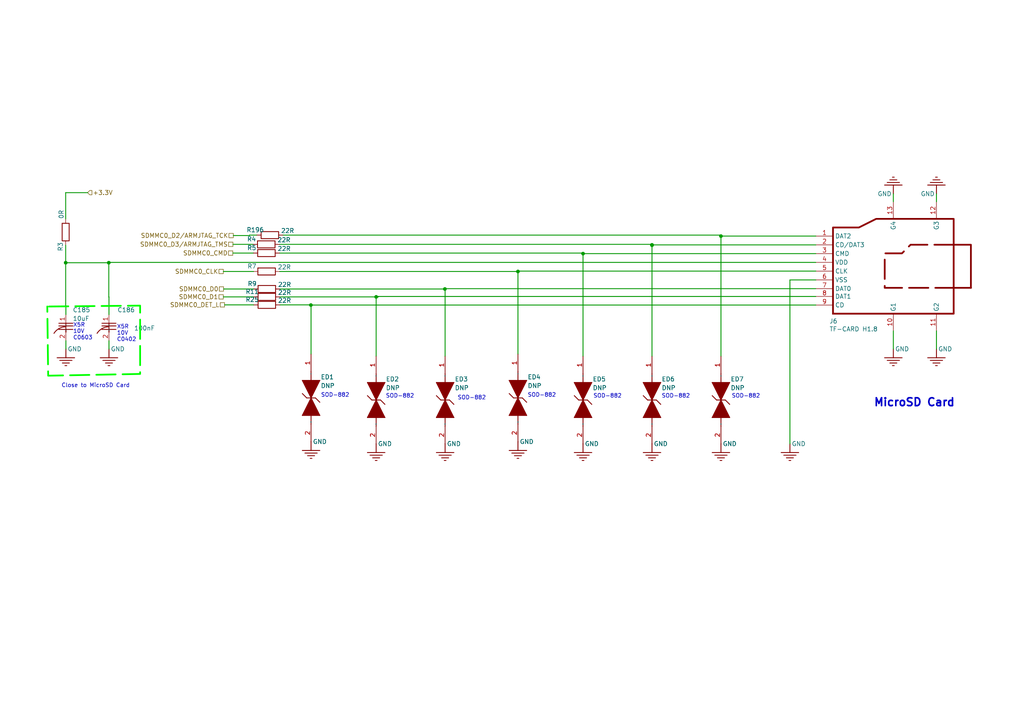
<source format=kicad_sch>
(kicad_sch (version 20231120) (generator "eeschema") (generator_version "8.0")
  (paper "A4")
  (lib_symbols
    (symbol "Device:R" (pin_numbers hide) (pin_names (offset 0))
      (property "Reference" "R" (at 2.032 0 90))
      (property "Value" "R" (at 0 0 90))
      (symbol "R_0_1"
        (rectangle (start -1.016 -2.54) (end 1.016 2.54) (stroke (width 0.254)))
      )
      (symbol "R_1_1"
        (pin passive line (at 0 3.81 270) (length 1.27) (name "~") (number "1"))
        (pin passive line (at 0 -3.81 90) (length 1.27) (name "~") (number "2"))
      )
    )
    (symbol "cm3568 LPDDR4-altium-import:GND" (power)
      (property "Reference" "#PWR" (at 0 0 0))
      (property "Value" "GND" (at 0 6.35 0))
      (symbol "GND_0_0"
        (polyline (pts (xy -2.54 -2.54) (xy 2.54 -2.54)) (stroke (width 0.254)))
        (polyline (pts (xy -1.778 -3.302) (xy 1.778 -3.302)) (stroke (width 0.254)))
        (polyline (pts (xy -1.016 -4.064) (xy 1.016 -4.064)) (stroke (width 0.254)))
        (polyline (pts (xy -0.254 -4.826) (xy 0.254 -4.826)) (stroke (width 0.254)))
        (polyline (pts (xy 0 0) (xy 0 -2.54)) (stroke (width 0.254)))
        (pin power_in line (at 0 0 0) (length 0) (name "GND") (number ""))
      )
    )
    (symbol "cm3568 LPDDR4-altium-import:root_0_TFP09-2-12B"
      (symbol "root_0_TFP09-2-12B_1_0"
        (polyline (pts (xy 45 -15) (xy 40 -15)) (stroke (width 0.508)))
        (polyline (pts (xy 40 -2.5) (xy 45 -2.5) (xy 45 -15)) (stroke (width 0.508)))
        (polyline (pts (xy 40 -2.5) (xy 27.5 -2.5) (xy 25 -5) (xy 20 -5) (xy 20 -15) (xy 40 -15)) (stroke (width 0.508) (type dash)))
        (polyline (pts (xy 5 -22.5) (xy 5 2.5) (xy 12.5 2.5) (xy 17.5 5) (xy 40 5) (xy 40 -22.5) (xy 5 -22.5)) (stroke (width 0.508)))
        (pin passive line (at 0 0 0) (length 5.08) (name "DAT2") (number "1"))
        (pin passive line (at 22.5 -27.5 90) (length 5.08) (name "G1") (number "10"))
        (pin passive line (at 35 -27.5 90) (length 5.08) (name "G2") (number "11"))
        (pin passive line (at 35 10 270) (length 5.08) (name "G3") (number "12"))
        (pin passive line (at 22.5 10 270) (length 5.08) (name "G4") (number "13"))
        (pin passive line (at 0 -2.54 0) (length 5.08) (name "CD/DAT3") (number "2"))
        (pin passive line (at 0 -5.08 0) (length 5.08) (name "CMD") (number "3"))
        (pin passive line (at 0 -7.62 0) (length 5.08) (name "VDD") (number "4"))
        (pin passive line (at 0 -10.16 0) (length 5.08) (name "CLK") (number "5"))
        (pin passive line (at 0 -12.7 0) (length 5.08) (name "VSS") (number "6"))
        (pin passive line (at 0 -15.24 0) (length 5.08) (name "DAT0") (number "7"))
        (pin passive line (at 0 -17.5 0) (length 5.08) (name "DAT1") (number "8"))
        (pin passive line (at 0 -20 0) (length 5.08) (name "CD") (number "9"))
      )
    )
    (symbol "cm3568 LPDDR4-altium-import:root_3_C0201_100nF"
      (symbol "root_3_C0201_100nF_1_0"
        (arc (start -4.5103 -1.5255) (mid -5.3375 -2.132) (end -5.9865 -2.9264) (stroke (width 0.254)))
        (arc (start -2.54 -1.016) (mid -3.5575 -1.1454) (end -4.5103 -1.5255) (stroke (width 0.254)))
        (polyline (pts (xy -4.572 -0.762) (xy -0.508 -0.762)) (stroke (width 0.254)))
        (polyline (pts (xy -4.572 0) (xy -0.508 0)) (stroke (width 0.254)))
        (polyline (pts (xy -2.54 -2.54) (xy -2.54 -1.778)) (stroke (width 0.254)))
        (polyline (pts (xy -2.54 -1.016) (xy -2.54 -2.54)) (stroke (width 0.254)))
        (polyline (pts (xy -2.54 0) (xy -2.54 -0.762)) (stroke (width 0.254)))
        (polyline (pts (xy -0.508 -1.778) (xy -4.572 -1.778)) (stroke (width 0.254)))
        (pin passive line (at -2.54 2.54 270) (length 2.54) (name "1") (number "1"))
        (pin passive line (at -2.54 -5.08 90) (length 2.54) (name "2") (number "2"))
      )
    )
    (symbol "cm3568 LPDDR4-altium-import:root_3_C0603_10uF"
      (symbol "root_3_C0603_10uF_1_0"
        (arc (start -4.5103 -1.5255) (mid -5.3375 -2.132) (end -5.9865 -2.9264) (stroke (width 0.254)))
        (arc (start -2.54 -1.016) (mid -3.5575 -1.1454) (end -4.5103 -1.5255) (stroke (width 0.254)))
        (polyline (pts (xy -4.572 -0.762) (xy -0.508 -0.762)) (stroke (width 0.254)))
        (polyline (pts (xy -4.572 0) (xy -0.508 0)) (stroke (width 0.254)))
        (polyline (pts (xy -2.54 -2.54) (xy -2.54 -1.778)) (stroke (width 0.254)))
        (polyline (pts (xy -2.54 -1.016) (xy -2.54 -2.54)) (stroke (width 0.254)))
        (polyline (pts (xy -2.54 0) (xy -2.54 -0.762)) (stroke (width 0.254)))
        (polyline (pts (xy -0.508 -1.778) (xy -4.572 -1.778)) (stroke (width 0.254)))
        (pin passive line (at -2.54 2.54 270) (length 2.54) (name "1") (number "1"))
        (pin passive line (at -2.54 -5.08 90) (length 2.54) (name "2") (number "2"))
      )
    )
    (symbol "cm3568 LPDDR4-altium-import:root_3_ESD0402_1xD5"
      (symbol "root_3_ESD0402_1xD5_1_0"
        (polyline (pts (xy -2.54 -5.08) (xy 0 0)) (stroke (width 0.254)))
        (polyline (pts (xy -2.54 5.08) (xy 0 0)) (stroke (width 0.254)))
        (polyline (pts (xy -1.27 0) (xy -2.54 1.27)) (stroke (width 0.254)))
        (polyline (pts (xy 0 -5.08) (xy 0 -7.62)) (stroke (width 0.254)))
        (polyline (pts (xy 0 0) (xy 2.54 -5.08)) (stroke (width 0.254)))
        (polyline (pts (xy 0 5.08) (xy 0 7.62)) (stroke (width 0.254)))
        (polyline (pts (xy 1.27 0) (xy -1.27 0)) (stroke (width 0.254)))
        (polyline (pts (xy 1.27 0) (xy 2.54 -1.27)) (stroke (width 0.254)))
        (polyline (pts (xy 2.54 -5.08) (xy -2.54 -5.08)) (stroke (width 0.254)))
        (polyline (pts (xy 2.54 5.08) (xy -2.54 5.08)) (stroke (width 0.254)))
        (polyline (pts (xy 2.54 5.08) (xy 0 0)) (stroke (width 0.254)))
        (polyline (pts (xy 0 -0.254) (xy 2.54 -5.08) (xy -2.54 -5.08) (xy 0 -0.254)) (stroke (width -0.0001)) (fill (type outline)))
        (polyline (pts (xy 2.54 5.08) (xy -2.54 5.08) (xy 0 0) (xy 2.54 5.08) (xy 2.54 5.08)) (stroke (width -0.0001)) (fill (type outline)))
        (pin passive line (at 0 12.7 270) (length 5.08) (name "1") (number "1"))
        (pin passive line (at 0 -12.7 90) (length 5.08) (name "2") (number "2"))
      )
    )
  )
  (junction (at 189.104 71.12))
  (junction (at 109.104 86.106))
  (junction (at 129.032 83.82))
  (junction (at 209.104 68.482))
  (junction (at 189.104 71.022))
  (junction (at 19.05 76.2))
  (junction (at 169.104 73.562))
  (junction (at 150.222 78.74))
  (junction (at 31.55 76.2))
  (junction (at 90.17 88.482))
  (wire (pts (xy 109.704 86.106) (xy 109.704 85.982)) (stroke (width 0.254)))
  (wire (pts (xy 31.55 76.102) (xy 31.55 76.2)) (stroke (width 0.254)))
  (wire (pts (xy 64.77 78.74) (xy 73.5161 78.74)) (stroke (width 0.254)))
  (wire (pts (xy 169.104 103.322) (xy 169.104 73.562)) (stroke (width 0.254)))
  (wire (pts (xy 189.104 71.12) (xy 189.196 71.12)) (stroke (width 0.254)))
  (wire (pts (xy 229.104 81.182) (xy 229.104 128.722)) (stroke (width 0.254)))
  (wire (pts (xy 150.222 102.71) (xy 150.222 78.74)) (stroke (width 0.254)))
  (wire (pts (xy 64.77 86.106) (xy 73.588 86.106)) (stroke (width 0.254)))
  (wire (pts (xy 236.604 81.182) (xy 229.104 81.182)) (stroke (width 0.254)))
  (wire (pts (xy 236.604 76.102) (xy 31.55 76.102)) (stroke (width 0.254)))
  (wire (pts (xy 150.222 78.74) (xy 150.568 78.74)) (stroke (width 0.254)))
  (wire (pts (xy 73.4688 73.406) (xy 67.532 73.406)) (stroke (width 0.254)))
  (wire (pts (xy 81.1361 78.74) (xy 150.222 78.74)) (stroke (width 0.254)))
  (wire (pts (xy 19.05 76.2) (xy 31.55 76.2)) (stroke (width 0.254)))
  (wire (pts (xy 150.568 78.642) (xy 236.604 78.642)) (stroke (width 0.254)))
  (wire (pts (xy 129.104 83.82) (xy 129.104 103.322)) (stroke (width 0.254)))
  (wire (pts (xy 236.604 83.722) (xy 129.032 83.722)) (stroke (width 0.254)))
  (wire (pts (xy 67.564 70.866) (xy 73.4209 70.866)) (stroke (width 0.254)))
  (wire (pts (xy 72.39 68.2016) (xy 72.39 68.326)) (stroke (width 0.254)))
  (wire (pts (xy 73.588 88.42) (xy 65.1385 88.42)) (stroke (width 0.254)))
  (wire (pts (xy 259.104 56.222) (xy 259.104 58.482)) (stroke (width 0.254)))
  (wire (pts (xy 90.17 88.42) (xy 81.208 88.42)) (stroke (width 0.254)))
  (wire (pts (xy 90.222 88.646) (xy 90.17 88.646)) (stroke (width 0.254)))
  (wire (pts (xy 189.104 71.12) (xy 189.104 103.322)) (stroke (width 0.254)))
  (wire (pts (xy 150.568 78.74) (xy 150.568 78.642)) (stroke (width 0.254)))
  (wire (pts (xy 19.05 76.2) (xy 19.05 71.12)) (stroke (width 0.254)))
  (wire (pts (xy 81.208 83.82) (xy 129.032 83.82)) (stroke (width 0.254)))
  (wire (pts (xy 129.032 83.722) (xy 129.032 83.82)) (stroke (width 0.254)))
  (wire (pts (xy 236.604 68.482) (xy 209.104 68.482)) (stroke (width 0.254)))
  (wire (pts (xy 74.4709 68.2016) (xy 72.39 68.2016)) (stroke (width 0.254)))
  (wire (pts (xy 64.86 83.82) (xy 73.588 83.82)) (stroke (width 0.254)))
  (wire (pts (xy 209.104 68.2016) (xy 82.0909 68.2016)) (stroke (width 0.254)))
  (wire (pts (xy 90.17 88.42) (xy 90.17 88.482)) (stroke (width 0.254)))
  (wire (pts (xy 25.4 55.88) (xy 19.05 55.88)) (stroke (width 0.254)))
  (wire (pts (xy 189.104 70.866) (xy 189.104 71.022)) (stroke (width 0.254)))
  (wire (pts (xy 31.604 98.842) (xy 31.604 101.222)) (stroke (width 0.254)))
  (wire (pts (xy 168.91 73.562) (xy 168.91 73.406)) (stroke (width 0.254)))
  (wire (pts (xy 90.17 88.482) (xy 236.604 88.482)) (stroke (width 0.254)))
  (wire (pts (xy 129.032 83.82) (xy 129.104 83.82)) (stroke (width 0.254)))
  (wire (pts (xy 168.91 73.406) (xy 81.0888 73.406)) (stroke (width 0.254)))
  (wire (pts (xy 259.104 101.222) (xy 259.104 95.982)) (stroke (width 0.254)))
  (wire (pts (xy 271.604 101.222) (xy 271.604 95.982)) (stroke (width 0.254)))
  (wire (pts (xy 271.604 56.222) (xy 271.604 58.482)) (stroke (width 0.254)))
  (wire (pts (xy 31.604 86.142) (xy 31.604 91.222)) (stroke (width 0.254)))
  (wire (pts (xy 19.05 76.2) (xy 19.05 88.682)) (stroke (width 0.254)))
  (wire (pts (xy 90.17 88.646) (xy 90.17 88.482)) (stroke (width 0.254)))
  (wire (pts (xy 169.104 73.562) (xy 168.91 73.562)) (stroke (width 0.254)))
  (wire (pts (xy 19.05 88.682) (xy 19.104 88.682)) (stroke (width 0.254)))
  (wire (pts (xy 19.104 98.842) (xy 19.104 101.222)) (stroke (width 0.254)))
  (wire (pts (xy 109.104 86.106) (xy 109.704 86.106)) (stroke (width 0.254)))
  (wire (pts (xy 109.704 85.982) (xy 236.604 85.982)) (stroke (width 0.254)))
  (wire (pts (xy 209.104 68.482) (xy 209.104 68.2016)) (stroke (width 0.254)))
  (wire (pts (xy 209.104 103.322) (xy 209.104 68.482)) (stroke (width 0.254)))
  (wire (pts (xy 189.104 71.022) (xy 189.104 71.12)) (stroke (width 0.254)))
  (wire (pts (xy 31.55 86.142) (xy 31.604 86.142)) (stroke (width 0.254)))
  (wire (pts (xy 90.222 102.71) (xy 90.222 88.646)) (stroke (width 0.254)))
  (wire (pts (xy 81.0409 70.866) (xy 189.104 70.866)) (stroke (width 0.254)))
  (wire (pts (xy 31.55 76.2) (xy 31.55 86.142)) (stroke (width 0.254)))
  (wire (pts (xy 19.104 88.682) (xy 19.104 91.222)) (stroke (width 0.254)))
  (wire (pts (xy 236.604 71.022) (xy 189.104 71.022)) (stroke (width 0.254)))
  (wire (pts (xy 169.104 73.562) (xy 236.604 73.562)) (stroke (width 0.254)))
  (wire (pts (xy 72.39 68.326) (xy 67.664 68.326)) (stroke (width 0.254)))
  (wire (pts (xy 81.208 86.106) (xy 109.104 86.106)) (stroke (width 0.254)))
  (wire (pts (xy 109.104 103.322) (xy 109.104 86.106)) (stroke (width 0.254)))
  (wire (pts (xy 19.05 55.88) (xy 19.05 63.5)) (stroke (width 0.254)))
  (polyline (pts (xy 14.224 88.9) (xy 40.64 88.646) (xy 40.64 108.458) (xy 13.97 108.966) (xy 13.716 88.9)) (stroke (width 0.508) (type dash) (color 0 255 0 1)))
  (text_box "SOD-882" (at 92.202 112.932 0) (size 15 3.048) (stroke (width -0.0001) (color 0 0 0 1)) (effects (font (size 1.143 1.143)) (justify left top)))
  (text_box "SOD-882" (at 110.998 113.186 0) (size 15 3.048) (stroke (width -0.0001) (color 0 0 0 1)) (effects (font (size 1.143 1.143)) (justify left top)))
  (text_box "SOD-882" (at 191.008 113.186 0) (size 15 3.048) (stroke (width -0.0001) (color 0 0 0 1)) (effects (font (size 1.143 1.143)) (justify left top)))
  (text_box "MicroSD Card" (at 281.604 113.562 0) (size -30 10.16) (stroke (width -0.0001) (color 0 0 0 1)) (effects (font (size 2.286 2.286) (bold yes)) (justify left top)))
  (text_box "Close to MicroSD Card" (at 40.132 110.144 0) (size -23.192 3.138) (stroke (width -0.0001) (color 0 0 0 1)) (effects (font (size 1.143 1.143)) (justify left top)))
  (text_box "X5R\n10V\nC0603" (at 20.32 92.612 0) (size 7.5 8.138) (stroke (width -0.0001) (color 0 0 0 1)) (effects (font (size 1.143 1.143)) (justify left top)))
  (text_box "X5R\n10V\nC0402\n" (at 33.02 93.12 0) (size 7.5 8.138) (stroke (width -0.0001) (color 0 0 0 1)) (effects (font (size 1.143 1.143)) (justify left top)))
  (text_box "SOD-882" (at 131.826 113.694 0) (size 15 3.048) (stroke (width -0.0001) (color 0 0 0 1)) (effects (font (size 1.143 1.143)) (justify left top)))
  (text_box "SOD-882" (at 152.146 112.932 0) (size 15 3.048) (stroke (width -0.0001) (color 0 0 0 1)) (effects (font (size 1.143 1.143)) (justify left top)))
  (text_box "SOD-882" (at 171.196 113.186 0) (size 15 3.048) (stroke (width -0.0001) (color 0 0 0 1)) (effects (font (size 1.143 1.143)) (justify left top)))
  (text_box "" (at 131.558 112.87 0) (size 15 3.048) (stroke (width -0.0001) (color 0 0 0 1)) (effects (font (size 1.143 1.143)) (justify left top)))
  (text_box "SOD-882" (at 211.328 113.186 0) (size 15 3.048) (stroke (width -0.0001) (color 0 0 0 1)) (effects (font (size 1.143 1.143)) (justify left top)))
  (label "" (at 43.688 78.74 0))
  (hierarchical_label "+3.3V" (shape input) (at 25.4 55.88 0))
  (hierarchical_label "SDMMC0_CLK" (shape passive) (at 64.77 78.74 180))
  (hierarchical_label "SDMMC0_D0" (shape passive) (at 64.86 83.82 180))
  (hierarchical_label "SDMMC0_CMD" (shape passive) (at 67.532 73.406 180))
  (hierarchical_label "SDMMC0_D2/ARMJTAG_TCK" (shape passive) (at 67.664 68.326 180))
  (hierarchical_label "SDMMC0_D1" (shape passive) (at 64.77 86.106 180))
  (hierarchical_label "SDMMC0_D3/ARMJTAG_TMS" (shape passive) (at 67.564 70.866 180))
  (hierarchical_label "SDMMC0_DET_L" (shape passive) (at 65.1385 88.42 180))
  (symbol (lib_id "cm3568 LPDDR4-altium-import:root_3_ESD0402_1xD5") (at 209.104 116.022 0) (unit 1)
    (property "Reference" "ED7" (at 211.898 110.688 0) (effects (justify left bottom)))
    (property "Value" "DNP" (at 211.898 113.228 0) (effects (justify left bottom)))
    (property "Footprint" "Footprint:ESD5341N" (effects (hide yes)))
    (property "MPN" "ESD5341N" (effects (hide yes)))
  )
  (symbol (lib_id "cm3568 LPDDR4-altium-import:GND") (at 150.222 128.11 0) (unit 1)
    (property "Reference" "#PWR064" (effects (hide yes)))
    (property "Value" "GND" (effects (hide yes)))
  )
  (symbol (lib_id "cm3568 LPDDR4-altium-import:root_3_C0603_10uF") (at 21.644 93.762 0) (unit 1)
    (property "Reference" "C185" (at 21.082 90.62 0) (effects (justify left bottom)))
    (property "Value" "10uF" (at 21.082 93.12 0) (effects (justify left bottom)))
    (property "Footprint" "Capacitor_SMD:C_0603_1608Metric" (effects (hide yes)))
    (property "MPN" " CL10A106MO8NQNC" (effects (hide yes)))
  )
  (symbol (lib_id "cm3568 LPDDR4-altium-import:root_3_ESD0402_1xD5") (at 189.104 116.022 0) (unit 1)
    (property "Reference" "ED6" (at 191.898 110.688 0) (effects (justify left bottom)))
    (property "Value" "DNP" (at 191.898 113.228 0) (effects (justify left bottom)))
    (property "Footprint" "Footprint:ESD5341N" (effects (hide yes)))
    (property "MPN" "ESD5341N" (effects (hide yes)))
  )
  (symbol (lib_id "cm3568 LPDDR4-altium-import:root_3_ESD0402_1xD5") (at 150.222 115.41 0) (unit 1)
    (property "Reference" "ED4" (at 153.016 110.076 0) (effects (justify left bottom)))
    (property "Value" "DNP" (at 153.016 112.616 0) (effects (justify left bottom)))
    (property "Footprint" "Footprint:ESD5341N" (effects (hide yes)))
    (property "MPN" "ESD5341N" (effects (hide yes)))
  )
  (symbol (lib_id "cm3568 LPDDR4-altium-import:GND") (at 19.104 101.222 0) (unit 1)
    (property "Reference" "#PWR059" (effects (hide yes)))
    (property "Value" "GND" (effects (hide yes)))
  )
  (symbol (lib_id "Device:R") (at 77.398 88.42 90) (unit 1)
    (property "Reference" "R25" (at 73.1456 86.896 90))
    (property "Value" "22R" (at 82.5436 87.15 90))
    (property "Footprint" "Resistor_SMD:R_0603_1608Metric" (effects (hide yes)))
    (property "Description" "Resistor" (effects (hide yes)))
    (property "MPN" "0603WAF220JT5E" (effects (hide yes)))
  )
  (symbol (lib_id "cm3568 LPDDR4-altium-import:root_3_C0201_100nF") (at 34.144 93.762 0) (unit 1)
    (property "Reference" "C186" (at 34.036 90.62 0) (effects (justify left bottom)))
    (property "Value" "100nF" (at 38.862 95.914 0) (effects (justify left bottom)))
    (property "Footprint" "Capacitor_SMD:C_0402_1005Metric" (effects (hide yes)))
    (property "MPN" "CC0402KRX7R7BB104" (effects (hide yes)))
  )
  (symbol (lib_id "cm3568 LPDDR4-altium-import:GND") (at 259.104 56.222 180) (unit 1)
    (property "Reference" "#PWR0243" (effects (hide yes)))
    (property "Value" "GND" (effects (hide yes)))
  )
  (symbol (lib_id "cm3568 LPDDR4-altium-import:GND") (at 259.104 101.222 0) (unit 1)
    (property "Reference" "#PWR0244" (effects (hide yes)))
    (property "Value" "GND" (effects (hide yes)))
  )
  (symbol (lib_id "cm3568 LPDDR4-altium-import:GND") (at 271.604 56.222 180) (unit 1)
    (property "Reference" "#PWR0245" (effects (hide yes)))
    (property "Value" "GND" (effects (hide yes)))
  )
  (symbol (lib_id "cm3568 LPDDR4-altium-import:root_3_ESD0402_1xD5") (at 169.104 116.022 0) (unit 1)
    (property "Reference" "ED5" (at 171.898 110.688 0) (effects (justify left bottom)))
    (property "Value" "DNP" (at 171.898 113.228 0) (effects (justify left bottom)))
    (property "Footprint" "Footprint:ESD5341N" (effects (hide yes)))
    (property "MPN" "ESD5341N" (effects (hide yes)))
  )
  (symbol (lib_id "cm3568 LPDDR4-altium-import:root_3_ESD0402_1xD5") (at 109.104 116.022 0) (unit 1)
    (property "Reference" "ED2" (at 111.898 110.688 0) (effects (justify left bottom)))
    (property "Value" "DNP" (at 111.898 113.228 0) (effects (justify left bottom)))
    (property "Footprint" "Footprint:ESD5341N" (effects (hide yes)))
    (property "MPN" "ESD5341N" (effects (hide yes)))
  )
  (symbol (lib_id "cm3568 LPDDR4-altium-import:GND") (at 129.104 128.722 0) (unit 1)
    (property "Reference" "#PWR063" (effects (hide yes)))
    (property "Value" "GND" (effects (hide yes)))
  )
  (symbol (lib_id "cm3568 LPDDR4-altium-import:GND") (at 209.104 128.722 0) (unit 1)
    (property "Reference" "#PWR0241" (effects (hide yes)))
    (property "Value" "GND" (effects (hide yes)))
  )
  (symbol (lib_id "Device:R") (at 77.2788 73.406 90) (unit 1)
    (property "Reference" "R5" (at 73.0264 71.882 90))
    (property "Value" "22R" (at 82.4244 72.136 90))
    (property "Footprint" "Resistor_SMD:R_0603_1608Metric" (effects (hide yes)))
    (property "Description" "Resistor" (effects (hide yes)))
    (property "MPN" "0603WAF220JT5E" (effects (hide yes)))
  )
  (symbol (lib_id "Device:R") (at 77.398 83.82 90) (unit 1)
    (property "Reference" "R9" (at 73.1456 82.296 90))
    (property "Value" "22R" (at 82.5436 82.55 90))
    (property "Footprint" "Resistor_SMD:R_0603_1608Metric" (effects (hide yes)))
    (property "Description" "Resistor" (effects (hide yes)))
    (property "MPN" "0603WAF220JT5E" (effects (hide yes)))
  )
  (symbol (lib_id "cm3568 LPDDR4-altium-import:GND") (at 109.104 128.722 0) (unit 1)
    (property "Reference" "#PWR062" (effects (hide yes)))
    (property "Value" "GND" (effects (hide yes)))
  )
  (symbol (lib_id "Device:R") (at 19.05 67.31 180) (unit 1)
    (property "Reference" "R3" (at 17.526 71.5624 90))
    (property "Value" "0R" (at 17.78 62.1644 90))
    (property "Footprint" "Resistor_SMD:R_0603_1608Metric" (effects (hide yes)))
    (property "Description" "Resistor" (effects (hide yes)))
    (property "MPN" "0603WAF0000T5E" (effects (hide yes)))
  )
  (symbol (lib_id "cm3568 LPDDR4-altium-import:root_0_TFP09-2-12B") (at 236.604 68.482 0) (unit 1)
    (property "Reference" "J6" (at 240.538 93.882 0) (effects (justify left bottom)))
    (property "Value" "TF-CARD H1.8" (at 240.538 96.168 0) (effects (justify left bottom)))
    (property "Footprint" "Footprint:TF-CARD H1.8" (effects (hide yes)))
    (property "DATASHEET LINK" "http://images.100y.com.tw/pdf_file/10-TFP09-2-12B.pdf" (effects (hide yes)))
    (property "HEIGHT" "2.45mm" (effects (hide yes)))
    (property "MANUFACTURER_NAME" "100y" (effects (hide yes)))
    (property "MANUFACTURER_PART_NUMBER" "TFP09-2-12B" (effects (hide yes)))
    (property "MPN" "TF 卡座 铜壳" (effects (hide yes)))
  )
  (symbol (lib_id "cm3568 LPDDR4-altium-import:GND") (at 271.604 101.222 0) (unit 1)
    (property "Reference" "#PWR0246" (effects (hide yes)))
    (property "Value" "GND" (effects (hide yes)))
  )
  (symbol (lib_id "Device:R") (at 78.2809 68.2016 90) (unit 1)
    (property "Reference" "R196" (at 74.0285 66.6776 90))
    (property "Value" "22R" (at 83.4265 66.9316 90))
    (property "Footprint" "Resistor_SMD:R_0603_1608Metric" (effects (hide yes)))
    (property "Description" "Resistor" (effects (hide yes)))
    (property "MPN" "0603WAF220JT5E" (effects (hide yes)))
  )
  (symbol (lib_id "cm3568 LPDDR4-altium-import:GND") (at 229.104 128.722 0) (unit 1)
    (property "Reference" "#PWR0242" (effects (hide yes)))
    (property "Value" "GND" (effects (hide yes)))
  )
  (symbol (lib_id "Device:R") (at 77.2309 70.866 90) (unit 1)
    (property "Reference" "R4" (at 72.9785 69.342 90))
    (property "Value" "22R" (at 82.3765 69.596 90))
    (property "Footprint" "Resistor_SMD:R_0603_1608Metric" (effects (hide yes)))
    (property "Description" "Resistor" (effects (hide yes)))
    (property "MPN" "0603WAF220JT5E" (effects (hide yes)))
  )
  (symbol (lib_id "cm3568 LPDDR4-altium-import:root_3_ESD0402_1xD5") (at 90.222 115.41 0) (unit 1)
    (property "Reference" "ED1" (at 93.016 110.076 0) (effects (justify left bottom)))
    (property "Value" "DNP" (at 93.016 112.616 0) (effects (justify left bottom)))
    (property "Footprint" "Footprint:ESD5341N" (effects (hide yes)))
    (property "MPN" "ESD5341N" (effects (hide yes)))
  )
  (symbol (lib_id "cm3568 LPDDR4-altium-import:root_3_ESD0402_1xD5") (at 129.104 116.022 0) (unit 1)
    (property "Reference" "ED3" (at 131.898 110.688 0) (effects (justify left bottom)))
    (property "Value" "DNP" (at 131.898 113.228 0) (effects (justify left bottom)))
    (property "Footprint" "Footprint:ESD5341N" (effects (hide yes)))
    (property "MPN" "ESD5341N" (effects (hide yes)))
  )
  (symbol (lib_id "Device:R") (at 77.398 86.106 90) (unit 1)
    (property "Reference" "R11" (at 73.1456 84.582 90))
    (property "Value" "22R" (at 82.5436 84.836 90))
    (property "Footprint" "Resistor_SMD:R_0603_1608Metric" (effects (hide yes)))
    (property "Description" "Resistor" (effects (hide yes)))
    (property "MPN" "0603WAF220JT5E" (effects (hide yes)))
  )
  (symbol (lib_id "cm3568 LPDDR4-altium-import:GND") (at 31.604 101.222 0) (unit 1)
    (property "Reference" "#PWR060" (effects (hide yes)))
    (property "Value" "GND" (effects (hide yes)))
  )
  (symbol (lib_id "Device:R") (at 77.3261 78.74 90) (unit 1)
    (property "Reference" "R7" (at 73.0737 77.216 90))
    (property "Value" "22R" (at 82.4717 77.47 90))
    (property "Footprint" "Resistor_SMD:R_0603_1608Metric" (effects (hide yes)))
    (property "Description" "Resistor" (effects (hide yes)))
    (property "MPN" "0603WAF220JT5E" (effects (hide yes)))
  )
  (symbol (lib_id "cm3568 LPDDR4-altium-import:GND") (at 189.104 128.722 0) (unit 1)
    (property "Reference" "#PWR0233" (effects (hide yes)))
    (property "Value" "GND" (effects (hide yes)))
  )
  (symbol (lib_id "cm3568 LPDDR4-altium-import:GND") (at 169.104 128.722 0) (unit 1)
    (property "Reference" "#PWR070" (effects (hide yes)))
    (property "Value" "GND" (effects (hide yes)))
  )
  (symbol (lib_id "cm3568 LPDDR4-altium-import:GND") (at 90.222 128.11 0) (unit 1)
    (property "Reference" "#PWR061" (effects (hide yes)))
    (property "Value" "GND" (effects (hide yes)))
  )
)
</source>
